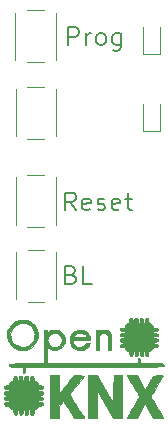
<source format=gbr>
G04 #@! TF.GenerationSoftware,KiCad,Pcbnew,(5.1.4)-1*
G04 #@! TF.CreationDate,2022-11-05T06:08:51+01:00*
G04 #@! TF.ProjectId,REG1-Front-Universal,52454731-2d46-4726-9f6e-742d556e6976,V00.01*
G04 #@! TF.SameCoordinates,Original*
G04 #@! TF.FileFunction,Legend,Top*
G04 #@! TF.FilePolarity,Positive*
%FSLAX46Y46*%
G04 Gerber Fmt 4.6, Leading zero omitted, Abs format (unit mm)*
G04 Created by KiCad (PCBNEW (5.1.4)-1) date 2022-11-05 06:08:51*
%MOMM*%
%LPD*%
G04 APERTURE LIST*
%ADD10C,0.200000*%
%ADD11C,0.010000*%
%ADD12C,0.120000*%
G04 APERTURE END LIST*
D10*
X104487142Y-118428571D02*
X104487142Y-116928571D01*
X105058571Y-116928571D01*
X105201428Y-117000000D01*
X105272857Y-117071428D01*
X105344285Y-117214285D01*
X105344285Y-117428571D01*
X105272857Y-117571428D01*
X105201428Y-117642857D01*
X105058571Y-117714285D01*
X104487142Y-117714285D01*
X105987142Y-118428571D02*
X105987142Y-117428571D01*
X105987142Y-117714285D02*
X106058571Y-117571428D01*
X106130000Y-117500000D01*
X106272857Y-117428571D01*
X106415714Y-117428571D01*
X107130000Y-118428571D02*
X106987142Y-118357142D01*
X106915714Y-118285714D01*
X106844285Y-118142857D01*
X106844285Y-117714285D01*
X106915714Y-117571428D01*
X106987142Y-117500000D01*
X107130000Y-117428571D01*
X107344285Y-117428571D01*
X107487142Y-117500000D01*
X107558571Y-117571428D01*
X107630000Y-117714285D01*
X107630000Y-118142857D01*
X107558571Y-118285714D01*
X107487142Y-118357142D01*
X107344285Y-118428571D01*
X107130000Y-118428571D01*
X108915714Y-117428571D02*
X108915714Y-118642857D01*
X108844285Y-118785714D01*
X108772857Y-118857142D01*
X108630000Y-118928571D01*
X108415714Y-118928571D01*
X108272857Y-118857142D01*
X108915714Y-118357142D02*
X108772857Y-118428571D01*
X108487142Y-118428571D01*
X108344285Y-118357142D01*
X108272857Y-118285714D01*
X108201428Y-118142857D01*
X108201428Y-117714285D01*
X108272857Y-117571428D01*
X108344285Y-117500000D01*
X108487142Y-117428571D01*
X108772857Y-117428571D01*
X108915714Y-117500000D01*
X104737142Y-137892857D02*
X104951428Y-137964285D01*
X105022857Y-138035714D01*
X105094285Y-138178571D01*
X105094285Y-138392857D01*
X105022857Y-138535714D01*
X104951428Y-138607142D01*
X104808571Y-138678571D01*
X104237142Y-138678571D01*
X104237142Y-137178571D01*
X104737142Y-137178571D01*
X104880000Y-137250000D01*
X104951428Y-137321428D01*
X105022857Y-137464285D01*
X105022857Y-137607142D01*
X104951428Y-137750000D01*
X104880000Y-137821428D01*
X104737142Y-137892857D01*
X104237142Y-137892857D01*
X106451428Y-138678571D02*
X105737142Y-138678571D01*
X105737142Y-137178571D01*
X105094285Y-132428571D02*
X104594285Y-131714285D01*
X104237142Y-132428571D02*
X104237142Y-130928571D01*
X104808571Y-130928571D01*
X104951428Y-131000000D01*
X105022857Y-131071428D01*
X105094285Y-131214285D01*
X105094285Y-131428571D01*
X105022857Y-131571428D01*
X104951428Y-131642857D01*
X104808571Y-131714285D01*
X104237142Y-131714285D01*
X106308571Y-132357142D02*
X106165714Y-132428571D01*
X105880000Y-132428571D01*
X105737142Y-132357142D01*
X105665714Y-132214285D01*
X105665714Y-131642857D01*
X105737142Y-131500000D01*
X105880000Y-131428571D01*
X106165714Y-131428571D01*
X106308571Y-131500000D01*
X106380000Y-131642857D01*
X106380000Y-131785714D01*
X105665714Y-131928571D01*
X106951428Y-132357142D02*
X107094285Y-132428571D01*
X107380000Y-132428571D01*
X107522857Y-132357142D01*
X107594285Y-132214285D01*
X107594285Y-132142857D01*
X107522857Y-132000000D01*
X107380000Y-131928571D01*
X107165714Y-131928571D01*
X107022857Y-131857142D01*
X106951428Y-131714285D01*
X106951428Y-131642857D01*
X107022857Y-131500000D01*
X107165714Y-131428571D01*
X107380000Y-131428571D01*
X107522857Y-131500000D01*
X108808571Y-132357142D02*
X108665714Y-132428571D01*
X108380000Y-132428571D01*
X108237142Y-132357142D01*
X108165714Y-132214285D01*
X108165714Y-131642857D01*
X108237142Y-131500000D01*
X108380000Y-131428571D01*
X108665714Y-131428571D01*
X108808571Y-131500000D01*
X108880000Y-131642857D01*
X108880000Y-131785714D01*
X108165714Y-131928571D01*
X109308571Y-131428571D02*
X109880000Y-131428571D01*
X109522857Y-130928571D02*
X109522857Y-132214285D01*
X109594285Y-132357142D01*
X109737142Y-132428571D01*
X109880000Y-132428571D01*
D11*
G36*
X107535464Y-142533540D02*
G01*
X107725890Y-142577353D01*
X107882200Y-142674623D01*
X108004987Y-142825760D01*
X108034472Y-142879851D01*
X108063618Y-142940694D01*
X108085027Y-142996416D01*
X108099890Y-143057958D01*
X108109400Y-143136260D01*
X108114750Y-143242263D01*
X108117131Y-143386907D01*
X108117736Y-143581135D01*
X108117750Y-143643983D01*
X108117750Y-144241000D01*
X107863750Y-144241000D01*
X107863572Y-143709187D01*
X107861586Y-143470166D01*
X107854733Y-143285305D01*
X107841406Y-143145346D01*
X107819996Y-143041035D01*
X107788895Y-142963113D01*
X107746496Y-142902325D01*
X107718365Y-142873392D01*
X107619605Y-142817368D01*
X107492352Y-142792917D01*
X107361563Y-142800726D01*
X107252197Y-142841483D01*
X107227701Y-142859875D01*
X107174295Y-142914865D01*
X107134252Y-142978003D01*
X107105731Y-143058904D01*
X107086894Y-143167188D01*
X107075900Y-143312473D01*
X107070909Y-143504377D01*
X107070000Y-143684355D01*
X107070000Y-144241000D01*
X106816000Y-144241000D01*
X106816000Y-142558250D01*
X106943000Y-142558250D01*
X107029742Y-142565432D01*
X107066504Y-142590205D01*
X107070000Y-142608520D01*
X107081750Y-142645769D01*
X107093812Y-142646534D01*
X107242610Y-142577132D01*
X107363401Y-142540421D01*
X107478709Y-142530638D01*
X107535464Y-142533540D01*
X107535464Y-142533540D01*
G37*
X107535464Y-142533540D02*
X107725890Y-142577353D01*
X107882200Y-142674623D01*
X108004987Y-142825760D01*
X108034472Y-142879851D01*
X108063618Y-142940694D01*
X108085027Y-142996416D01*
X108099890Y-143057958D01*
X108109400Y-143136260D01*
X108114750Y-143242263D01*
X108117131Y-143386907D01*
X108117736Y-143581135D01*
X108117750Y-143643983D01*
X108117750Y-144241000D01*
X107863750Y-144241000D01*
X107863572Y-143709187D01*
X107861586Y-143470166D01*
X107854733Y-143285305D01*
X107841406Y-143145346D01*
X107819996Y-143041035D01*
X107788895Y-142963113D01*
X107746496Y-142902325D01*
X107718365Y-142873392D01*
X107619605Y-142817368D01*
X107492352Y-142792917D01*
X107361563Y-142800726D01*
X107252197Y-142841483D01*
X107227701Y-142859875D01*
X107174295Y-142914865D01*
X107134252Y-142978003D01*
X107105731Y-143058904D01*
X107086894Y-143167188D01*
X107075900Y-143312473D01*
X107070909Y-143504377D01*
X107070000Y-143684355D01*
X107070000Y-144241000D01*
X106816000Y-144241000D01*
X106816000Y-142558250D01*
X106943000Y-142558250D01*
X107029742Y-142565432D01*
X107066504Y-142590205D01*
X107070000Y-142608520D01*
X107081750Y-142645769D01*
X107093812Y-142646534D01*
X107242610Y-142577132D01*
X107363401Y-142540421D01*
X107478709Y-142530638D01*
X107535464Y-142533540D01*
G36*
X105690939Y-142558383D02*
G01*
X105880832Y-142636596D01*
X106047788Y-142753497D01*
X106182431Y-142903876D01*
X106275384Y-143082518D01*
X106317271Y-143284212D01*
X106317991Y-143297721D01*
X106323875Y-143431375D01*
X105581837Y-143439907D01*
X104839800Y-143448439D01*
X104860293Y-143550903D01*
X104906926Y-143667120D01*
X104992674Y-143788828D01*
X105099826Y-143893181D01*
X105155248Y-143931334D01*
X105248045Y-143970947D01*
X105362661Y-144001333D01*
X105394603Y-144006629D01*
X105548079Y-144001778D01*
X105706026Y-143954058D01*
X105847300Y-143873010D01*
X105950758Y-143768176D01*
X105961933Y-143750609D01*
X106011645Y-143678560D01*
X106064888Y-143646062D01*
X106149374Y-143637835D01*
X106166609Y-143637750D01*
X106304696Y-143637750D01*
X106268727Y-143740937D01*
X106207795Y-143850982D01*
X106106144Y-143970698D01*
X105981087Y-144083979D01*
X105849935Y-144174714D01*
X105754387Y-144219527D01*
X105549088Y-144264060D01*
X105343300Y-144263184D01*
X105193012Y-144228916D01*
X104969907Y-144120825D01*
X104797387Y-143974966D01*
X104676728Y-143793118D01*
X104609203Y-143577058D01*
X104594197Y-143392707D01*
X104618551Y-143193250D01*
X104877619Y-143193250D01*
X105449934Y-143193250D01*
X105632634Y-143191828D01*
X105791212Y-143187877D01*
X105915658Y-143181872D01*
X105995960Y-143174284D01*
X106022250Y-143166195D01*
X105998138Y-143100542D01*
X105935991Y-143017250D01*
X105851089Y-142933169D01*
X105758711Y-142865152D01*
X105739443Y-142854302D01*
X105563157Y-142794476D01*
X105381794Y-142790945D01*
X105208513Y-142839653D01*
X105056474Y-142936543D01*
X104938833Y-143077561D01*
X104923042Y-143105937D01*
X104877619Y-143193250D01*
X104618551Y-143193250D01*
X104623365Y-143153827D01*
X104707845Y-142944945D01*
X104845559Y-142769436D01*
X105034428Y-142630676D01*
X105077398Y-142608010D01*
X105279846Y-142538878D01*
X105487485Y-142524073D01*
X105690939Y-142558383D01*
X105690939Y-142558383D01*
G37*
X105690939Y-142558383D02*
X105880832Y-142636596D01*
X106047788Y-142753497D01*
X106182431Y-142903876D01*
X106275384Y-143082518D01*
X106317271Y-143284212D01*
X106317991Y-143297721D01*
X106323875Y-143431375D01*
X105581837Y-143439907D01*
X104839800Y-143448439D01*
X104860293Y-143550903D01*
X104906926Y-143667120D01*
X104992674Y-143788828D01*
X105099826Y-143893181D01*
X105155248Y-143931334D01*
X105248045Y-143970947D01*
X105362661Y-144001333D01*
X105394603Y-144006629D01*
X105548079Y-144001778D01*
X105706026Y-143954058D01*
X105847300Y-143873010D01*
X105950758Y-143768176D01*
X105961933Y-143750609D01*
X106011645Y-143678560D01*
X106064888Y-143646062D01*
X106149374Y-143637835D01*
X106166609Y-143637750D01*
X106304696Y-143637750D01*
X106268727Y-143740937D01*
X106207795Y-143850982D01*
X106106144Y-143970698D01*
X105981087Y-144083979D01*
X105849935Y-144174714D01*
X105754387Y-144219527D01*
X105549088Y-144264060D01*
X105343300Y-144263184D01*
X105193012Y-144228916D01*
X104969907Y-144120825D01*
X104797387Y-143974966D01*
X104676728Y-143793118D01*
X104609203Y-143577058D01*
X104594197Y-143392707D01*
X104618551Y-143193250D01*
X104877619Y-143193250D01*
X105449934Y-143193250D01*
X105632634Y-143191828D01*
X105791212Y-143187877D01*
X105915658Y-143181872D01*
X105995960Y-143174284D01*
X106022250Y-143166195D01*
X105998138Y-143100542D01*
X105935991Y-143017250D01*
X105851089Y-142933169D01*
X105758711Y-142865152D01*
X105739443Y-142854302D01*
X105563157Y-142794476D01*
X105381794Y-142790945D01*
X105208513Y-142839653D01*
X105056474Y-142936543D01*
X104938833Y-143077561D01*
X104923042Y-143105937D01*
X104877619Y-143193250D01*
X104618551Y-143193250D01*
X104623365Y-143153827D01*
X104707845Y-142944945D01*
X104845559Y-142769436D01*
X105034428Y-142630676D01*
X105077398Y-142608010D01*
X105279846Y-142538878D01*
X105487485Y-142524073D01*
X105690939Y-142558383D01*
G36*
X100778209Y-141685224D02*
G01*
X101013397Y-141736585D01*
X101236811Y-141833230D01*
X101441398Y-141976260D01*
X101620104Y-142166775D01*
X101759103Y-142391989D01*
X101812783Y-142503722D01*
X101847434Y-142590973D01*
X101867212Y-142673841D01*
X101876274Y-142772422D01*
X101878778Y-142906814D01*
X101878875Y-142970999D01*
X101877766Y-143124135D01*
X101871668Y-143233874D01*
X101856424Y-143320312D01*
X101827876Y-143403547D01*
X101781867Y-143503677D01*
X101759103Y-143550010D01*
X101607541Y-143788769D01*
X101414425Y-143984001D01*
X101187670Y-144131989D01*
X100935193Y-144229016D01*
X100664912Y-144271364D01*
X100384741Y-144255316D01*
X100295113Y-144237434D01*
X100047173Y-144148292D01*
X99824981Y-144008330D01*
X99634465Y-143826447D01*
X99481555Y-143611545D01*
X99372179Y-143372524D01*
X99312267Y-143118283D01*
X99308410Y-142895919D01*
X99577832Y-142895919D01*
X99587733Y-143129464D01*
X99641558Y-143331666D01*
X99751555Y-143541537D01*
X99908014Y-143721727D01*
X100099374Y-143862899D01*
X100314071Y-143955714D01*
X100449807Y-143984375D01*
X100622406Y-143991215D01*
X100804305Y-143973578D01*
X100968360Y-143935165D01*
X101048922Y-143902684D01*
X101253020Y-143766842D01*
X101418157Y-143591481D01*
X101539596Y-143386900D01*
X101612599Y-143163398D01*
X101632427Y-142931276D01*
X101597269Y-142710684D01*
X101504950Y-142489553D01*
X101368682Y-142293626D01*
X101198788Y-142133690D01*
X101005595Y-142020530D01*
X100902173Y-141984507D01*
X100654917Y-141946896D01*
X100419277Y-141965118D01*
X100201119Y-142032903D01*
X100006307Y-142143985D01*
X99840707Y-142292096D01*
X99710184Y-142470967D01*
X99620604Y-142674331D01*
X99577832Y-142895919D01*
X99308410Y-142895919D01*
X99307747Y-142857724D01*
X99319300Y-142772562D01*
X99394744Y-142501254D01*
X99514844Y-142266428D01*
X99672546Y-142069185D01*
X99860796Y-141910626D01*
X100072542Y-141791850D01*
X100300728Y-141713957D01*
X100538302Y-141678049D01*
X100778209Y-141685224D01*
X100778209Y-141685224D01*
G37*
X100778209Y-141685224D02*
X101013397Y-141736585D01*
X101236811Y-141833230D01*
X101441398Y-141976260D01*
X101620104Y-142166775D01*
X101759103Y-142391989D01*
X101812783Y-142503722D01*
X101847434Y-142590973D01*
X101867212Y-142673841D01*
X101876274Y-142772422D01*
X101878778Y-142906814D01*
X101878875Y-142970999D01*
X101877766Y-143124135D01*
X101871668Y-143233874D01*
X101856424Y-143320312D01*
X101827876Y-143403547D01*
X101781867Y-143503677D01*
X101759103Y-143550010D01*
X101607541Y-143788769D01*
X101414425Y-143984001D01*
X101187670Y-144131989D01*
X100935193Y-144229016D01*
X100664912Y-144271364D01*
X100384741Y-144255316D01*
X100295113Y-144237434D01*
X100047173Y-144148292D01*
X99824981Y-144008330D01*
X99634465Y-143826447D01*
X99481555Y-143611545D01*
X99372179Y-143372524D01*
X99312267Y-143118283D01*
X99308410Y-142895919D01*
X99577832Y-142895919D01*
X99587733Y-143129464D01*
X99641558Y-143331666D01*
X99751555Y-143541537D01*
X99908014Y-143721727D01*
X100099374Y-143862899D01*
X100314071Y-143955714D01*
X100449807Y-143984375D01*
X100622406Y-143991215D01*
X100804305Y-143973578D01*
X100968360Y-143935165D01*
X101048922Y-143902684D01*
X101253020Y-143766842D01*
X101418157Y-143591481D01*
X101539596Y-143386900D01*
X101612599Y-143163398D01*
X101632427Y-142931276D01*
X101597269Y-142710684D01*
X101504950Y-142489553D01*
X101368682Y-142293626D01*
X101198788Y-142133690D01*
X101005595Y-142020530D01*
X100902173Y-141984507D01*
X100654917Y-141946896D01*
X100419277Y-141965118D01*
X100201119Y-142032903D01*
X100006307Y-142143985D01*
X99840707Y-142292096D01*
X99710184Y-142470967D01*
X99620604Y-142674331D01*
X99577832Y-142895919D01*
X99308410Y-142895919D01*
X99307747Y-142857724D01*
X99319300Y-142772562D01*
X99394744Y-142501254D01*
X99514844Y-142266428D01*
X99672546Y-142069185D01*
X99860796Y-141910626D01*
X100072542Y-141791850D01*
X100300728Y-141713957D01*
X100538302Y-141678049D01*
X100778209Y-141685224D01*
G36*
X110749752Y-141560051D02*
G01*
X110795248Y-141618858D01*
X110814848Y-141726776D01*
X110816500Y-141786725D01*
X110818746Y-141884447D01*
X110830457Y-141934511D01*
X110859091Y-141952727D01*
X110895875Y-141955000D01*
X110944594Y-141949191D01*
X110967848Y-141920493D01*
X110974895Y-141851999D01*
X110975250Y-141810037D01*
X110988857Y-141667118D01*
X111028735Y-141576933D01*
X111093464Y-141542510D01*
X111100770Y-141542250D01*
X111185594Y-141550718D01*
X111234337Y-141584740D01*
X111256339Y-141657237D01*
X111261000Y-141763928D01*
X111262661Y-141867198D01*
X111273306Y-141923964D01*
X111301424Y-141951219D01*
X111355508Y-141965957D01*
X111362661Y-141967394D01*
X111494143Y-142023620D01*
X111587895Y-142126053D01*
X111630782Y-142246848D01*
X111650115Y-142367750D01*
X111814332Y-142367750D01*
X111943447Y-142378551D01*
X112020201Y-142414082D01*
X112052490Y-142479036D01*
X112054750Y-142510625D01*
X112036948Y-142586752D01*
X111978141Y-142632248D01*
X111870223Y-142651848D01*
X111810275Y-142653500D01*
X111712552Y-142655746D01*
X111662488Y-142667457D01*
X111644272Y-142696091D01*
X111642000Y-142732875D01*
X111647808Y-142781594D01*
X111676506Y-142804848D01*
X111745000Y-142811895D01*
X111786962Y-142812250D01*
X111931581Y-142826000D01*
X112020224Y-142867720D01*
X112054263Y-142938117D01*
X112054750Y-142949892D01*
X112038035Y-143028316D01*
X111982084Y-143075215D01*
X111878190Y-143095863D01*
X111810275Y-143098000D01*
X111712552Y-143100246D01*
X111662488Y-143111957D01*
X111644272Y-143140591D01*
X111642000Y-143177375D01*
X111646762Y-143223470D01*
X111671590Y-143247085D01*
X111732294Y-143255678D01*
X111810275Y-143256750D01*
X111940537Y-143267153D01*
X112018386Y-143301521D01*
X112051924Y-143364589D01*
X112054750Y-143399624D01*
X112036948Y-143475752D01*
X111978141Y-143521248D01*
X111870223Y-143540848D01*
X111810275Y-143542500D01*
X111712427Y-143544892D01*
X111662291Y-143556775D01*
X111644125Y-143585205D01*
X111642000Y-143617943D01*
X111648007Y-143661547D01*
X111676180Y-143686496D01*
X111741748Y-143700524D01*
X111819547Y-143708110D01*
X111943859Y-143727076D01*
X112016683Y-143764056D01*
X112049296Y-143827437D01*
X112054263Y-143882695D01*
X112027032Y-143956686D01*
X111943836Y-144001928D01*
X111804251Y-144018638D01*
X111789101Y-144018750D01*
X111697041Y-144023858D01*
X111648688Y-144044789D01*
X111624687Y-144089948D01*
X111624615Y-144090187D01*
X111559138Y-144207224D01*
X111453262Y-144292629D01*
X111367047Y-144323422D01*
X111307159Y-144337396D01*
X111275544Y-144361799D01*
X111263169Y-144413711D01*
X111261003Y-144510211D01*
X111261000Y-144523933D01*
X111250985Y-144659895D01*
X111218555Y-144742228D01*
X111160132Y-144777942D01*
X111129917Y-144780750D01*
X111047097Y-144753172D01*
X110995650Y-144670423D01*
X110975561Y-144532477D01*
X110975250Y-144508607D01*
X110973125Y-144409408D01*
X110961952Y-144358049D01*
X110934530Y-144338893D01*
X110895875Y-144336250D01*
X110851315Y-144340471D01*
X110827588Y-144363239D01*
X110818160Y-144419707D01*
X110816500Y-144520400D01*
X110806790Y-144657295D01*
X110775244Y-144740559D01*
X110718236Y-144777392D01*
X110685417Y-144780750D01*
X110602597Y-144753172D01*
X110551150Y-144670423D01*
X110531061Y-144532477D01*
X110530750Y-144508607D01*
X110528625Y-144409408D01*
X110517452Y-144358049D01*
X110490030Y-144338893D01*
X110451375Y-144336250D01*
X110407443Y-144340264D01*
X110383691Y-144362230D01*
X110373937Y-144417033D01*
X110372002Y-144519559D01*
X110372000Y-144527430D01*
X110369470Y-144635615D01*
X110357557Y-144698470D01*
X110329778Y-144734098D01*
X110290159Y-144755900D01*
X110204807Y-144778702D01*
X110146075Y-144753114D01*
X110110114Y-144674756D01*
X110093073Y-144539253D01*
X110092672Y-144531386D01*
X110085631Y-144424083D01*
X110073364Y-144365583D01*
X110049298Y-144341200D01*
X110006865Y-144336251D01*
X110005359Y-144336250D01*
X109960267Y-144341168D01*
X109937078Y-144366408D01*
X109928577Y-144427694D01*
X109927500Y-144505954D01*
X109919296Y-144626682D01*
X109891813Y-144702196D01*
X109869437Y-144728204D01*
X109785378Y-144775907D01*
X109709166Y-144760749D01*
X109659425Y-144710185D01*
X109628510Y-144634055D01*
X109611328Y-144528968D01*
X109610000Y-144492961D01*
X109606857Y-144402488D01*
X109587771Y-144353949D01*
X109538249Y-144325793D01*
X109486504Y-144309301D01*
X109378418Y-144254832D01*
X109297949Y-144172867D01*
X109261428Y-144080896D01*
X109260750Y-144067492D01*
X109244814Y-144037040D01*
X109188735Y-144022099D01*
X109102000Y-144018750D01*
X108978309Y-144002555D01*
X108880967Y-143959374D01*
X108824560Y-143897312D01*
X108816250Y-143860000D01*
X108845425Y-143791061D01*
X108923444Y-143737059D01*
X109036044Y-143705856D01*
X109104208Y-143701250D01*
X109198814Y-143698819D01*
X109244909Y-143686811D01*
X109257433Y-143658147D01*
X109255020Y-143629812D01*
X109241986Y-143588707D01*
X109207162Y-143565527D01*
X109134689Y-143553600D01*
X109062585Y-143548861D01*
X108950280Y-143538071D01*
X108884359Y-143516600D01*
X108847896Y-143478699D01*
X108846016Y-143475294D01*
X108829651Y-143409526D01*
X108860440Y-143336933D01*
X108862350Y-143333995D01*
X108901391Y-143288386D01*
X108954774Y-143265130D01*
X109043117Y-143257204D01*
X109089065Y-143256750D01*
X109189261Y-143254737D01*
X109240430Y-143244556D01*
X109257015Y-143219987D01*
X109255020Y-143185312D01*
X109241986Y-143144207D01*
X109207162Y-143121027D01*
X109134689Y-143109100D01*
X109062585Y-143104361D01*
X108950280Y-143093571D01*
X108884359Y-143072100D01*
X108847896Y-143034199D01*
X108846016Y-143030794D01*
X108829651Y-142965026D01*
X108860440Y-142892433D01*
X108862350Y-142889495D01*
X108901765Y-142843613D01*
X108955790Y-142820377D01*
X109045237Y-142812629D01*
X109086856Y-142812250D01*
X109186606Y-142810169D01*
X109238450Y-142799189D01*
X109257960Y-142772202D01*
X109260750Y-142732875D01*
X109255894Y-142686597D01*
X109230743Y-142662923D01*
X109169418Y-142654246D01*
X109094062Y-142653013D01*
X108951869Y-142640767D01*
X108865925Y-142603208D01*
X108833132Y-142537610D01*
X108850389Y-142441244D01*
X108851148Y-142439187D01*
X108873366Y-142399037D01*
X108913193Y-142377475D01*
X108987591Y-142368944D01*
X109069226Y-142367750D01*
X109260750Y-142367750D01*
X109260750Y-142261261D01*
X109289786Y-142144826D01*
X109366194Y-142044018D01*
X109473918Y-141977550D01*
X109513792Y-141966304D01*
X109571805Y-141949995D01*
X109600093Y-141919010D01*
X109609263Y-141854415D01*
X109610000Y-141794549D01*
X109627016Y-141659178D01*
X109678885Y-141575909D01*
X109766840Y-141542971D01*
X109785775Y-141542250D01*
X109861567Y-141567309D01*
X109908146Y-141644298D01*
X109926946Y-141775927D01*
X109927500Y-141810037D01*
X109931531Y-141900117D01*
X109948323Y-141943043D01*
X109984922Y-141954900D01*
X109991000Y-141955000D01*
X110029301Y-141946515D01*
X110048272Y-141910605D01*
X110054275Y-141831587D01*
X110054500Y-141798517D01*
X110070827Y-141661995D01*
X110120948Y-141577780D01*
X110206571Y-141543380D01*
X110230275Y-141542250D01*
X110306067Y-141567309D01*
X110352646Y-141644298D01*
X110371446Y-141775927D01*
X110372000Y-141810037D01*
X110375180Y-141899014D01*
X110390894Y-141941483D01*
X110428398Y-141954352D01*
X110451375Y-141955000D01*
X110497470Y-141950237D01*
X110521085Y-141925409D01*
X110529678Y-141864705D01*
X110530750Y-141786725D01*
X110541153Y-141656462D01*
X110575521Y-141578613D01*
X110638589Y-141545075D01*
X110673625Y-141542249D01*
X110749752Y-141560051D01*
X110749752Y-141560051D01*
G37*
X110749752Y-141560051D02*
X110795248Y-141618858D01*
X110814848Y-141726776D01*
X110816500Y-141786725D01*
X110818746Y-141884447D01*
X110830457Y-141934511D01*
X110859091Y-141952727D01*
X110895875Y-141955000D01*
X110944594Y-141949191D01*
X110967848Y-141920493D01*
X110974895Y-141851999D01*
X110975250Y-141810037D01*
X110988857Y-141667118D01*
X111028735Y-141576933D01*
X111093464Y-141542510D01*
X111100770Y-141542250D01*
X111185594Y-141550718D01*
X111234337Y-141584740D01*
X111256339Y-141657237D01*
X111261000Y-141763928D01*
X111262661Y-141867198D01*
X111273306Y-141923964D01*
X111301424Y-141951219D01*
X111355508Y-141965957D01*
X111362661Y-141967394D01*
X111494143Y-142023620D01*
X111587895Y-142126053D01*
X111630782Y-142246848D01*
X111650115Y-142367750D01*
X111814332Y-142367750D01*
X111943447Y-142378551D01*
X112020201Y-142414082D01*
X112052490Y-142479036D01*
X112054750Y-142510625D01*
X112036948Y-142586752D01*
X111978141Y-142632248D01*
X111870223Y-142651848D01*
X111810275Y-142653500D01*
X111712552Y-142655746D01*
X111662488Y-142667457D01*
X111644272Y-142696091D01*
X111642000Y-142732875D01*
X111647808Y-142781594D01*
X111676506Y-142804848D01*
X111745000Y-142811895D01*
X111786962Y-142812250D01*
X111931581Y-142826000D01*
X112020224Y-142867720D01*
X112054263Y-142938117D01*
X112054750Y-142949892D01*
X112038035Y-143028316D01*
X111982084Y-143075215D01*
X111878190Y-143095863D01*
X111810275Y-143098000D01*
X111712552Y-143100246D01*
X111662488Y-143111957D01*
X111644272Y-143140591D01*
X111642000Y-143177375D01*
X111646762Y-143223470D01*
X111671590Y-143247085D01*
X111732294Y-143255678D01*
X111810275Y-143256750D01*
X111940537Y-143267153D01*
X112018386Y-143301521D01*
X112051924Y-143364589D01*
X112054750Y-143399624D01*
X112036948Y-143475752D01*
X111978141Y-143521248D01*
X111870223Y-143540848D01*
X111810275Y-143542500D01*
X111712427Y-143544892D01*
X111662291Y-143556775D01*
X111644125Y-143585205D01*
X111642000Y-143617943D01*
X111648007Y-143661547D01*
X111676180Y-143686496D01*
X111741748Y-143700524D01*
X111819547Y-143708110D01*
X111943859Y-143727076D01*
X112016683Y-143764056D01*
X112049296Y-143827437D01*
X112054263Y-143882695D01*
X112027032Y-143956686D01*
X111943836Y-144001928D01*
X111804251Y-144018638D01*
X111789101Y-144018750D01*
X111697041Y-144023858D01*
X111648688Y-144044789D01*
X111624687Y-144089948D01*
X111624615Y-144090187D01*
X111559138Y-144207224D01*
X111453262Y-144292629D01*
X111367047Y-144323422D01*
X111307159Y-144337396D01*
X111275544Y-144361799D01*
X111263169Y-144413711D01*
X111261003Y-144510211D01*
X111261000Y-144523933D01*
X111250985Y-144659895D01*
X111218555Y-144742228D01*
X111160132Y-144777942D01*
X111129917Y-144780750D01*
X111047097Y-144753172D01*
X110995650Y-144670423D01*
X110975561Y-144532477D01*
X110975250Y-144508607D01*
X110973125Y-144409408D01*
X110961952Y-144358049D01*
X110934530Y-144338893D01*
X110895875Y-144336250D01*
X110851315Y-144340471D01*
X110827588Y-144363239D01*
X110818160Y-144419707D01*
X110816500Y-144520400D01*
X110806790Y-144657295D01*
X110775244Y-144740559D01*
X110718236Y-144777392D01*
X110685417Y-144780750D01*
X110602597Y-144753172D01*
X110551150Y-144670423D01*
X110531061Y-144532477D01*
X110530750Y-144508607D01*
X110528625Y-144409408D01*
X110517452Y-144358049D01*
X110490030Y-144338893D01*
X110451375Y-144336250D01*
X110407443Y-144340264D01*
X110383691Y-144362230D01*
X110373937Y-144417033D01*
X110372002Y-144519559D01*
X110372000Y-144527430D01*
X110369470Y-144635615D01*
X110357557Y-144698470D01*
X110329778Y-144734098D01*
X110290159Y-144755900D01*
X110204807Y-144778702D01*
X110146075Y-144753114D01*
X110110114Y-144674756D01*
X110093073Y-144539253D01*
X110092672Y-144531386D01*
X110085631Y-144424083D01*
X110073364Y-144365583D01*
X110049298Y-144341200D01*
X110006865Y-144336251D01*
X110005359Y-144336250D01*
X109960267Y-144341168D01*
X109937078Y-144366408D01*
X109928577Y-144427694D01*
X109927500Y-144505954D01*
X109919296Y-144626682D01*
X109891813Y-144702196D01*
X109869437Y-144728204D01*
X109785378Y-144775907D01*
X109709166Y-144760749D01*
X109659425Y-144710185D01*
X109628510Y-144634055D01*
X109611328Y-144528968D01*
X109610000Y-144492961D01*
X109606857Y-144402488D01*
X109587771Y-144353949D01*
X109538249Y-144325793D01*
X109486504Y-144309301D01*
X109378418Y-144254832D01*
X109297949Y-144172867D01*
X109261428Y-144080896D01*
X109260750Y-144067492D01*
X109244814Y-144037040D01*
X109188735Y-144022099D01*
X109102000Y-144018750D01*
X108978309Y-144002555D01*
X108880967Y-143959374D01*
X108824560Y-143897312D01*
X108816250Y-143860000D01*
X108845425Y-143791061D01*
X108923444Y-143737059D01*
X109036044Y-143705856D01*
X109104208Y-143701250D01*
X109198814Y-143698819D01*
X109244909Y-143686811D01*
X109257433Y-143658147D01*
X109255020Y-143629812D01*
X109241986Y-143588707D01*
X109207162Y-143565527D01*
X109134689Y-143553600D01*
X109062585Y-143548861D01*
X108950280Y-143538071D01*
X108884359Y-143516600D01*
X108847896Y-143478699D01*
X108846016Y-143475294D01*
X108829651Y-143409526D01*
X108860440Y-143336933D01*
X108862350Y-143333995D01*
X108901391Y-143288386D01*
X108954774Y-143265130D01*
X109043117Y-143257204D01*
X109089065Y-143256750D01*
X109189261Y-143254737D01*
X109240430Y-143244556D01*
X109257015Y-143219987D01*
X109255020Y-143185312D01*
X109241986Y-143144207D01*
X109207162Y-143121027D01*
X109134689Y-143109100D01*
X109062585Y-143104361D01*
X108950280Y-143093571D01*
X108884359Y-143072100D01*
X108847896Y-143034199D01*
X108846016Y-143030794D01*
X108829651Y-142965026D01*
X108860440Y-142892433D01*
X108862350Y-142889495D01*
X108901765Y-142843613D01*
X108955790Y-142820377D01*
X109045237Y-142812629D01*
X109086856Y-142812250D01*
X109186606Y-142810169D01*
X109238450Y-142799189D01*
X109257960Y-142772202D01*
X109260750Y-142732875D01*
X109255894Y-142686597D01*
X109230743Y-142662923D01*
X109169418Y-142654246D01*
X109094062Y-142653013D01*
X108951869Y-142640767D01*
X108865925Y-142603208D01*
X108833132Y-142537610D01*
X108850389Y-142441244D01*
X108851148Y-142439187D01*
X108873366Y-142399037D01*
X108913193Y-142377475D01*
X108987591Y-142368944D01*
X109069226Y-142367750D01*
X109260750Y-142367750D01*
X109260750Y-142261261D01*
X109289786Y-142144826D01*
X109366194Y-142044018D01*
X109473918Y-141977550D01*
X109513792Y-141966304D01*
X109571805Y-141949995D01*
X109600093Y-141919010D01*
X109609263Y-141854415D01*
X109610000Y-141794549D01*
X109627016Y-141659178D01*
X109678885Y-141575909D01*
X109766840Y-141542971D01*
X109785775Y-141542250D01*
X109861567Y-141567309D01*
X109908146Y-141644298D01*
X109926946Y-141775927D01*
X109927500Y-141810037D01*
X109931531Y-141900117D01*
X109948323Y-141943043D01*
X109984922Y-141954900D01*
X109991000Y-141955000D01*
X110029301Y-141946515D01*
X110048272Y-141910605D01*
X110054275Y-141831587D01*
X110054500Y-141798517D01*
X110070827Y-141661995D01*
X110120948Y-141577780D01*
X110206571Y-141543380D01*
X110230275Y-141542250D01*
X110306067Y-141567309D01*
X110352646Y-141644298D01*
X110371446Y-141775927D01*
X110372000Y-141810037D01*
X110375180Y-141899014D01*
X110390894Y-141941483D01*
X110428398Y-141954352D01*
X110451375Y-141955000D01*
X110497470Y-141950237D01*
X110521085Y-141925409D01*
X110529678Y-141864705D01*
X110530750Y-141786725D01*
X110541153Y-141656462D01*
X110575521Y-141578613D01*
X110638589Y-141545075D01*
X110673625Y-141542249D01*
X110749752Y-141560051D01*
G36*
X103601379Y-142570144D02*
G01*
X103795691Y-142666878D01*
X103963537Y-142811271D01*
X104095452Y-142999621D01*
X104125099Y-143060726D01*
X104165225Y-143207704D01*
X104177391Y-143385735D01*
X104162418Y-143569269D01*
X104121127Y-143732756D01*
X104102058Y-143777558D01*
X103977521Y-143966601D01*
X103814544Y-144112064D01*
X103623392Y-144211107D01*
X103414332Y-144260891D01*
X103197630Y-144258577D01*
X102983552Y-144201327D01*
X102839993Y-144126555D01*
X102764832Y-144080458D01*
X102714189Y-144053442D01*
X102705055Y-144050500D01*
X102699900Y-144080624D01*
X102695399Y-144164495D01*
X102691821Y-144292362D01*
X102689433Y-144454474D01*
X102688503Y-144641078D01*
X102688500Y-144653750D01*
X102688500Y-145257000D01*
X102434500Y-145257000D01*
X102434500Y-143434427D01*
X102703122Y-143434427D01*
X102742015Y-143609641D01*
X102831500Y-143766283D01*
X102965159Y-143893527D01*
X103136576Y-143980545D01*
X103157258Y-143987136D01*
X103280690Y-144012782D01*
X103399173Y-144006509D01*
X103491055Y-143985090D01*
X103650480Y-143910979D01*
X103777355Y-143793806D01*
X103867437Y-143646117D01*
X103916482Y-143480457D01*
X103920244Y-143309372D01*
X103874480Y-143145408D01*
X103810387Y-143041187D01*
X103666579Y-142903697D01*
X103504012Y-142819427D01*
X103332892Y-142786407D01*
X103163423Y-142802667D01*
X103005810Y-142866237D01*
X102870258Y-142975145D01*
X102766972Y-143127422D01*
X102721237Y-143251469D01*
X102703122Y-143434427D01*
X102434500Y-143434427D01*
X102434500Y-142558250D01*
X102561500Y-142558250D01*
X102642933Y-142562011D01*
X102679133Y-142582394D01*
X102688299Y-142633046D01*
X102688500Y-142653500D01*
X102700535Y-142725992D01*
X102730580Y-142748501D01*
X102769543Y-142714298D01*
X102769891Y-142713736D01*
X102808992Y-142681780D01*
X102886835Y-142636477D01*
X102954328Y-142602922D01*
X103171230Y-142534464D01*
X103390070Y-142524772D01*
X103601379Y-142570144D01*
X103601379Y-142570144D01*
G37*
X103601379Y-142570144D02*
X103795691Y-142666878D01*
X103963537Y-142811271D01*
X104095452Y-142999621D01*
X104125099Y-143060726D01*
X104165225Y-143207704D01*
X104177391Y-143385735D01*
X104162418Y-143569269D01*
X104121127Y-143732756D01*
X104102058Y-143777558D01*
X103977521Y-143966601D01*
X103814544Y-144112064D01*
X103623392Y-144211107D01*
X103414332Y-144260891D01*
X103197630Y-144258577D01*
X102983552Y-144201327D01*
X102839993Y-144126555D01*
X102764832Y-144080458D01*
X102714189Y-144053442D01*
X102705055Y-144050500D01*
X102699900Y-144080624D01*
X102695399Y-144164495D01*
X102691821Y-144292362D01*
X102689433Y-144454474D01*
X102688503Y-144641078D01*
X102688500Y-144653750D01*
X102688500Y-145257000D01*
X102434500Y-145257000D01*
X102434500Y-143434427D01*
X102703122Y-143434427D01*
X102742015Y-143609641D01*
X102831500Y-143766283D01*
X102965159Y-143893527D01*
X103136576Y-143980545D01*
X103157258Y-143987136D01*
X103280690Y-144012782D01*
X103399173Y-144006509D01*
X103491055Y-143985090D01*
X103650480Y-143910979D01*
X103777355Y-143793806D01*
X103867437Y-143646117D01*
X103916482Y-143480457D01*
X103920244Y-143309372D01*
X103874480Y-143145408D01*
X103810387Y-143041187D01*
X103666579Y-142903697D01*
X103504012Y-142819427D01*
X103332892Y-142786407D01*
X103163423Y-142802667D01*
X103005810Y-142866237D01*
X102870258Y-142975145D01*
X102766972Y-143127422D01*
X102721237Y-143251469D01*
X102703122Y-143434427D01*
X102434500Y-143434427D01*
X102434500Y-142558250D01*
X102561500Y-142558250D01*
X102642933Y-142562011D01*
X102679133Y-142582394D01*
X102688299Y-142633046D01*
X102688500Y-142653500D01*
X102700535Y-142725992D01*
X102730580Y-142748501D01*
X102769543Y-142714298D01*
X102769891Y-142713736D01*
X102808992Y-142681780D01*
X102886835Y-142636477D01*
X102954328Y-142602922D01*
X103171230Y-142534464D01*
X103390070Y-142524772D01*
X103601379Y-142570144D01*
G36*
X110483709Y-144897922D02*
G01*
X110503764Y-144924659D01*
X110515352Y-144984979D01*
X110522286Y-145091774D01*
X110524148Y-145137937D01*
X110533421Y-145384000D01*
X111509985Y-145384000D01*
X111809750Y-145384745D01*
X112050526Y-145387094D01*
X112236810Y-145391215D01*
X112373097Y-145397277D01*
X112463883Y-145405449D01*
X112513664Y-145415900D01*
X112524649Y-145422099D01*
X112558697Y-145494632D01*
X112553628Y-145580685D01*
X112524649Y-145631650D01*
X112505900Y-145636544D01*
X112458424Y-145641038D01*
X112380086Y-145645144D01*
X112268747Y-145648878D01*
X112122272Y-145652252D01*
X111938521Y-145655280D01*
X111715360Y-145657977D01*
X111450649Y-145660356D01*
X111142252Y-145662431D01*
X110788031Y-145664215D01*
X110385850Y-145665724D01*
X109933571Y-145666969D01*
X109429057Y-145667966D01*
X108870171Y-145668728D01*
X108254775Y-145669269D01*
X107580733Y-145669603D01*
X106845906Y-145669743D01*
X106636261Y-145669750D01*
X100785972Y-145669750D01*
X100776798Y-145947562D01*
X100771245Y-146081259D01*
X100763023Y-146164242D01*
X100748609Y-146209292D01*
X100724478Y-146229189D01*
X100697453Y-146235354D01*
X100663833Y-146236644D01*
X100642530Y-146220976D01*
X100630062Y-146176510D01*
X100622944Y-146091405D01*
X100618078Y-145965479D01*
X100608875Y-145685625D01*
X100071422Y-145676894D01*
X99860123Y-145671410D01*
X99690136Y-145662759D01*
X99568145Y-145651443D01*
X99500834Y-145637964D01*
X99491984Y-145633319D01*
X99455839Y-145567888D01*
X99456100Y-145484387D01*
X99488099Y-145422100D01*
X99507112Y-145417021D01*
X99555028Y-145412375D01*
X99634063Y-145408145D01*
X99746436Y-145404317D01*
X99894362Y-145400874D01*
X100080060Y-145397801D01*
X100305744Y-145395083D01*
X100573633Y-145392705D01*
X100885943Y-145390650D01*
X101244890Y-145388904D01*
X101652692Y-145387451D01*
X102111566Y-145386274D01*
X102623729Y-145385360D01*
X103191396Y-145384693D01*
X103816785Y-145384256D01*
X104502113Y-145384035D01*
X104947764Y-145384000D01*
X110369328Y-145384000D01*
X110378601Y-145137937D01*
X110384851Y-145013522D01*
X110394532Y-144939714D01*
X110411459Y-144903619D01*
X110439444Y-144892346D01*
X110451375Y-144891875D01*
X110483709Y-144897922D01*
X110483709Y-144897922D01*
G37*
X110483709Y-144897922D02*
X110503764Y-144924659D01*
X110515352Y-144984979D01*
X110522286Y-145091774D01*
X110524148Y-145137937D01*
X110533421Y-145384000D01*
X111509985Y-145384000D01*
X111809750Y-145384745D01*
X112050526Y-145387094D01*
X112236810Y-145391215D01*
X112373097Y-145397277D01*
X112463883Y-145405449D01*
X112513664Y-145415900D01*
X112524649Y-145422099D01*
X112558697Y-145494632D01*
X112553628Y-145580685D01*
X112524649Y-145631650D01*
X112505900Y-145636544D01*
X112458424Y-145641038D01*
X112380086Y-145645144D01*
X112268747Y-145648878D01*
X112122272Y-145652252D01*
X111938521Y-145655280D01*
X111715360Y-145657977D01*
X111450649Y-145660356D01*
X111142252Y-145662431D01*
X110788031Y-145664215D01*
X110385850Y-145665724D01*
X109933571Y-145666969D01*
X109429057Y-145667966D01*
X108870171Y-145668728D01*
X108254775Y-145669269D01*
X107580733Y-145669603D01*
X106845906Y-145669743D01*
X106636261Y-145669750D01*
X100785972Y-145669750D01*
X100776798Y-145947562D01*
X100771245Y-146081259D01*
X100763023Y-146164242D01*
X100748609Y-146209292D01*
X100724478Y-146229189D01*
X100697453Y-146235354D01*
X100663833Y-146236644D01*
X100642530Y-146220976D01*
X100630062Y-146176510D01*
X100622944Y-146091405D01*
X100618078Y-145965479D01*
X100608875Y-145685625D01*
X100071422Y-145676894D01*
X99860123Y-145671410D01*
X99690136Y-145662759D01*
X99568145Y-145651443D01*
X99500834Y-145637964D01*
X99491984Y-145633319D01*
X99455839Y-145567888D01*
X99456100Y-145484387D01*
X99488099Y-145422100D01*
X99507112Y-145417021D01*
X99555028Y-145412375D01*
X99634063Y-145408145D01*
X99746436Y-145404317D01*
X99894362Y-145400874D01*
X100080060Y-145397801D01*
X100305744Y-145395083D01*
X100573633Y-145392705D01*
X100885943Y-145390650D01*
X101244890Y-145388904D01*
X101652692Y-145387451D01*
X102111566Y-145386274D01*
X102623729Y-145385360D01*
X103191396Y-145384693D01*
X103816785Y-145384256D01*
X104502113Y-145384035D01*
X104947764Y-145384000D01*
X110369328Y-145384000D01*
X110378601Y-145137937D01*
X110384851Y-145013522D01*
X110394532Y-144939714D01*
X110411459Y-144903619D01*
X110439444Y-144892346D01*
X110451375Y-144891875D01*
X110483709Y-144897922D01*
G36*
X101455165Y-146440245D02*
G01*
X101499314Y-146473895D01*
X101526113Y-146544944D01*
X101543237Y-146665638D01*
X101545165Y-146685750D01*
X101557140Y-146786413D01*
X101575074Y-146840089D01*
X101608086Y-146863211D01*
X101647547Y-146870311D01*
X101738627Y-146908393D01*
X101821829Y-146987927D01*
X101879289Y-147087659D01*
X101894750Y-147164436D01*
X101898033Y-147218062D01*
X101918448Y-147245629D01*
X101971841Y-147255802D01*
X102064454Y-147257250D01*
X102207822Y-147274173D01*
X102298436Y-147325450D01*
X102337426Y-147411835D01*
X102339250Y-147441195D01*
X102313334Y-147511636D01*
X102234001Y-147555524D01*
X102098872Y-147573978D01*
X102055587Y-147574750D01*
X101960594Y-147577246D01*
X101912916Y-147590046D01*
X101896410Y-147621116D01*
X101894750Y-147654125D01*
X101899362Y-147699808D01*
X101923624Y-147723460D01*
X101983168Y-147732282D01*
X102067107Y-147733500D01*
X102211647Y-147748740D01*
X102301601Y-147794949D01*
X102338217Y-147872855D01*
X102339250Y-147892250D01*
X102313122Y-147976565D01*
X102233908Y-148029038D01*
X102100355Y-148050397D01*
X102067107Y-148051000D01*
X101966991Y-148053829D01*
X101915136Y-148066033D01*
X101896413Y-148093185D01*
X101894750Y-148114500D01*
X101904778Y-148155128D01*
X101945795Y-148173863D01*
X102029687Y-148178468D01*
X102172385Y-148195229D01*
X102275365Y-148241262D01*
X102329246Y-148311848D01*
X102333749Y-148331354D01*
X102328739Y-148413212D01*
X102281052Y-148464839D01*
X102184021Y-148490571D01*
X102081362Y-148495500D01*
X101977128Y-148497263D01*
X101921320Y-148506825D01*
X101898880Y-148530590D01*
X101894750Y-148574875D01*
X101899362Y-148620558D01*
X101923624Y-148644210D01*
X101983168Y-148653032D01*
X102067107Y-148654250D01*
X102211647Y-148669490D01*
X102301601Y-148715699D01*
X102338217Y-148793605D01*
X102339250Y-148813000D01*
X102313122Y-148897315D01*
X102233908Y-148949788D01*
X102100355Y-148971147D01*
X102067107Y-148971750D01*
X101967232Y-148974443D01*
X101915499Y-148986416D01*
X101896640Y-149013510D01*
X101894750Y-149037692D01*
X101868505Y-149113746D01*
X101803266Y-149193641D01*
X101719271Y-149258337D01*
X101636760Y-149288797D01*
X101627317Y-149289250D01*
X101581925Y-149293008D01*
X101557459Y-149314254D01*
X101547467Y-149367947D01*
X101545503Y-149469043D01*
X101545500Y-149479018D01*
X101542288Y-149589086D01*
X101528353Y-149655452D01*
X101497241Y-149697770D01*
X101466125Y-149720794D01*
X101403983Y-149754388D01*
X101355123Y-149748954D01*
X101307375Y-149720794D01*
X101262216Y-149683528D01*
X101238276Y-149634525D01*
X101229102Y-149554132D01*
X101228000Y-149479018D01*
X101226304Y-149373692D01*
X101217050Y-149316915D01*
X101193991Y-149293748D01*
X101150879Y-149289252D01*
X101148625Y-149289250D01*
X101106010Y-149292852D01*
X101082244Y-149313208D01*
X101071838Y-149364642D01*
X101069298Y-149461476D01*
X101069250Y-149496305D01*
X101066966Y-149609989D01*
X101056601Y-149677113D01*
X101032887Y-149714558D01*
X100993891Y-149737697D01*
X100907263Y-149755107D01*
X100851016Y-149735899D01*
X100813657Y-149707228D01*
X100793137Y-149660620D01*
X100784722Y-149579157D01*
X100783500Y-149494507D01*
X100782090Y-149383940D01*
X100774152Y-149322482D01*
X100754124Y-149295748D01*
X100716444Y-149289355D01*
X100704125Y-149289250D01*
X100658665Y-149293782D01*
X100634994Y-149317741D01*
X100626050Y-149376663D01*
X100624750Y-149463875D01*
X100617433Y-149584114D01*
X100591892Y-149662359D01*
X100561250Y-149702000D01*
X100477039Y-149759996D01*
X100405097Y-149758948D01*
X100349926Y-149702836D01*
X100316028Y-149595639D01*
X100307250Y-149477482D01*
X100305521Y-149372686D01*
X100296119Y-149316380D01*
X100272721Y-149293567D01*
X100229002Y-149289250D01*
X100227875Y-149289250D01*
X100182415Y-149293782D01*
X100158744Y-149317741D01*
X100149800Y-149376663D01*
X100148500Y-149463875D01*
X100133092Y-149599058D01*
X100091751Y-149697941D01*
X100031804Y-149753789D01*
X99960573Y-149759870D01*
X99885386Y-149709450D01*
X99883545Y-149707437D01*
X99846063Y-149629186D01*
X99831346Y-149499007D01*
X99831000Y-149469312D01*
X99828321Y-149366324D01*
X99816896Y-149311961D01*
X99791637Y-149291452D01*
X99768993Y-149289250D01*
X99643415Y-149259418D01*
X99541068Y-149175686D01*
X99491575Y-149093681D01*
X99456149Y-149021782D01*
X99418173Y-148985737D01*
X99355753Y-148973184D01*
X99275614Y-148971750D01*
X99149800Y-148961726D01*
X99075092Y-148927136D01*
X99041637Y-148861203D01*
X99037250Y-148807767D01*
X99057867Y-148727712D01*
X99123648Y-148678318D01*
X99240480Y-148656211D01*
X99305037Y-148654250D01*
X99394014Y-148651069D01*
X99436483Y-148635355D01*
X99449352Y-148597851D01*
X99450000Y-148574875D01*
X99444738Y-148527477D01*
X99418048Y-148504014D01*
X99353567Y-148496170D01*
X99293846Y-148495500D01*
X99165494Y-148490916D01*
X99088102Y-148472517D01*
X99049501Y-148433326D01*
X99037522Y-148366370D01*
X99037250Y-148348442D01*
X99055536Y-148263144D01*
X99115121Y-148209288D01*
X99223091Y-148182677D01*
X99325066Y-148178000D01*
X99407326Y-148172485D01*
X99443311Y-148150284D01*
X99450000Y-148114500D01*
X99442129Y-148077268D01*
X99408340Y-148058189D01*
X99333365Y-148051501D01*
X99281725Y-148051000D01*
X99153593Y-148041336D01*
X99076931Y-148008171D01*
X99042093Y-147945240D01*
X99037250Y-147892250D01*
X99052131Y-147809047D01*
X99103205Y-147759267D01*
X99200119Y-147736645D01*
X99281725Y-147733500D01*
X99379447Y-147731253D01*
X99429511Y-147719542D01*
X99447727Y-147690908D01*
X99450000Y-147654125D01*
X99445237Y-147608029D01*
X99420409Y-147584414D01*
X99359705Y-147575821D01*
X99281725Y-147574750D01*
X99154117Y-147565275D01*
X99077768Y-147532379D01*
X99042677Y-147469352D01*
X99037250Y-147410767D01*
X99057867Y-147330712D01*
X99123648Y-147281318D01*
X99240480Y-147259211D01*
X99305037Y-147257250D01*
X99394404Y-147253701D01*
X99437074Y-147237590D01*
X99449699Y-147200715D01*
X99450118Y-147185812D01*
X99479485Y-147065778D01*
X99557081Y-146960430D01*
X99667753Y-146888329D01*
X99702551Y-146876639D01*
X99831000Y-146842052D01*
X99831000Y-146675001D01*
X99840580Y-146547750D01*
X99873806Y-146471729D01*
X99937401Y-146436962D01*
X99994982Y-146431750D01*
X100075037Y-146452367D01*
X100124431Y-146518148D01*
X100146538Y-146634980D01*
X100148500Y-146699537D01*
X100152852Y-146790214D01*
X100170183Y-146833332D01*
X100206903Y-146844495D01*
X100208068Y-146844500D01*
X100243670Y-146833913D01*
X100265254Y-146792718D01*
X100278742Y-146706762D01*
X100282360Y-146666952D01*
X100301571Y-146542123D01*
X100338881Y-146469008D01*
X100402198Y-146436644D01*
X100451712Y-146432236D01*
X100527069Y-146449917D01*
X100572162Y-146509501D01*
X100591482Y-146618742D01*
X100593000Y-146676225D01*
X100595246Y-146773947D01*
X100606957Y-146824011D01*
X100635591Y-146842227D01*
X100672375Y-146844500D01*
X100721094Y-146838691D01*
X100744348Y-146809993D01*
X100751395Y-146741499D01*
X100751750Y-146699537D01*
X100763569Y-146559893D01*
X100801280Y-146473734D01*
X100868257Y-146435171D01*
X100905267Y-146431750D01*
X100990860Y-146445875D01*
X101042071Y-146494918D01*
X101065609Y-146588882D01*
X101069250Y-146676225D01*
X101071496Y-146773947D01*
X101083207Y-146824011D01*
X101111841Y-146842227D01*
X101148625Y-146844500D01*
X101197344Y-146838691D01*
X101220598Y-146809993D01*
X101227645Y-146741499D01*
X101227999Y-146699537D01*
X101239386Y-146560923D01*
X101276188Y-146475354D01*
X101342373Y-146436108D01*
X101385993Y-146431750D01*
X101455165Y-146440245D01*
X101455165Y-146440245D01*
G37*
X101455165Y-146440245D02*
X101499314Y-146473895D01*
X101526113Y-146544944D01*
X101543237Y-146665638D01*
X101545165Y-146685750D01*
X101557140Y-146786413D01*
X101575074Y-146840089D01*
X101608086Y-146863211D01*
X101647547Y-146870311D01*
X101738627Y-146908393D01*
X101821829Y-146987927D01*
X101879289Y-147087659D01*
X101894750Y-147164436D01*
X101898033Y-147218062D01*
X101918448Y-147245629D01*
X101971841Y-147255802D01*
X102064454Y-147257250D01*
X102207822Y-147274173D01*
X102298436Y-147325450D01*
X102337426Y-147411835D01*
X102339250Y-147441195D01*
X102313334Y-147511636D01*
X102234001Y-147555524D01*
X102098872Y-147573978D01*
X102055587Y-147574750D01*
X101960594Y-147577246D01*
X101912916Y-147590046D01*
X101896410Y-147621116D01*
X101894750Y-147654125D01*
X101899362Y-147699808D01*
X101923624Y-147723460D01*
X101983168Y-147732282D01*
X102067107Y-147733500D01*
X102211647Y-147748740D01*
X102301601Y-147794949D01*
X102338217Y-147872855D01*
X102339250Y-147892250D01*
X102313122Y-147976565D01*
X102233908Y-148029038D01*
X102100355Y-148050397D01*
X102067107Y-148051000D01*
X101966991Y-148053829D01*
X101915136Y-148066033D01*
X101896413Y-148093185D01*
X101894750Y-148114500D01*
X101904778Y-148155128D01*
X101945795Y-148173863D01*
X102029687Y-148178468D01*
X102172385Y-148195229D01*
X102275365Y-148241262D01*
X102329246Y-148311848D01*
X102333749Y-148331354D01*
X102328739Y-148413212D01*
X102281052Y-148464839D01*
X102184021Y-148490571D01*
X102081362Y-148495500D01*
X101977128Y-148497263D01*
X101921320Y-148506825D01*
X101898880Y-148530590D01*
X101894750Y-148574875D01*
X101899362Y-148620558D01*
X101923624Y-148644210D01*
X101983168Y-148653032D01*
X102067107Y-148654250D01*
X102211647Y-148669490D01*
X102301601Y-148715699D01*
X102338217Y-148793605D01*
X102339250Y-148813000D01*
X102313122Y-148897315D01*
X102233908Y-148949788D01*
X102100355Y-148971147D01*
X102067107Y-148971750D01*
X101967232Y-148974443D01*
X101915499Y-148986416D01*
X101896640Y-149013510D01*
X101894750Y-149037692D01*
X101868505Y-149113746D01*
X101803266Y-149193641D01*
X101719271Y-149258337D01*
X101636760Y-149288797D01*
X101627317Y-149289250D01*
X101581925Y-149293008D01*
X101557459Y-149314254D01*
X101547467Y-149367947D01*
X101545503Y-149469043D01*
X101545500Y-149479018D01*
X101542288Y-149589086D01*
X101528353Y-149655452D01*
X101497241Y-149697770D01*
X101466125Y-149720794D01*
X101403983Y-149754388D01*
X101355123Y-149748954D01*
X101307375Y-149720794D01*
X101262216Y-149683528D01*
X101238276Y-149634525D01*
X101229102Y-149554132D01*
X101228000Y-149479018D01*
X101226304Y-149373692D01*
X101217050Y-149316915D01*
X101193991Y-149293748D01*
X101150879Y-149289252D01*
X101148625Y-149289250D01*
X101106010Y-149292852D01*
X101082244Y-149313208D01*
X101071838Y-149364642D01*
X101069298Y-149461476D01*
X101069250Y-149496305D01*
X101066966Y-149609989D01*
X101056601Y-149677113D01*
X101032887Y-149714558D01*
X100993891Y-149737697D01*
X100907263Y-149755107D01*
X100851016Y-149735899D01*
X100813657Y-149707228D01*
X100793137Y-149660620D01*
X100784722Y-149579157D01*
X100783500Y-149494507D01*
X100782090Y-149383940D01*
X100774152Y-149322482D01*
X100754124Y-149295748D01*
X100716444Y-149289355D01*
X100704125Y-149289250D01*
X100658665Y-149293782D01*
X100634994Y-149317741D01*
X100626050Y-149376663D01*
X100624750Y-149463875D01*
X100617433Y-149584114D01*
X100591892Y-149662359D01*
X100561250Y-149702000D01*
X100477039Y-149759996D01*
X100405097Y-149758948D01*
X100349926Y-149702836D01*
X100316028Y-149595639D01*
X100307250Y-149477482D01*
X100305521Y-149372686D01*
X100296119Y-149316380D01*
X100272721Y-149293567D01*
X100229002Y-149289250D01*
X100227875Y-149289250D01*
X100182415Y-149293782D01*
X100158744Y-149317741D01*
X100149800Y-149376663D01*
X100148500Y-149463875D01*
X100133092Y-149599058D01*
X100091751Y-149697941D01*
X100031804Y-149753789D01*
X99960573Y-149759870D01*
X99885386Y-149709450D01*
X99883545Y-149707437D01*
X99846063Y-149629186D01*
X99831346Y-149499007D01*
X99831000Y-149469312D01*
X99828321Y-149366324D01*
X99816896Y-149311961D01*
X99791637Y-149291452D01*
X99768993Y-149289250D01*
X99643415Y-149259418D01*
X99541068Y-149175686D01*
X99491575Y-149093681D01*
X99456149Y-149021782D01*
X99418173Y-148985737D01*
X99355753Y-148973184D01*
X99275614Y-148971750D01*
X99149800Y-148961726D01*
X99075092Y-148927136D01*
X99041637Y-148861203D01*
X99037250Y-148807767D01*
X99057867Y-148727712D01*
X99123648Y-148678318D01*
X99240480Y-148656211D01*
X99305037Y-148654250D01*
X99394014Y-148651069D01*
X99436483Y-148635355D01*
X99449352Y-148597851D01*
X99450000Y-148574875D01*
X99444738Y-148527477D01*
X99418048Y-148504014D01*
X99353567Y-148496170D01*
X99293846Y-148495500D01*
X99165494Y-148490916D01*
X99088102Y-148472517D01*
X99049501Y-148433326D01*
X99037522Y-148366370D01*
X99037250Y-148348442D01*
X99055536Y-148263144D01*
X99115121Y-148209288D01*
X99223091Y-148182677D01*
X99325066Y-148178000D01*
X99407326Y-148172485D01*
X99443311Y-148150284D01*
X99450000Y-148114500D01*
X99442129Y-148077268D01*
X99408340Y-148058189D01*
X99333365Y-148051501D01*
X99281725Y-148051000D01*
X99153593Y-148041336D01*
X99076931Y-148008171D01*
X99042093Y-147945240D01*
X99037250Y-147892250D01*
X99052131Y-147809047D01*
X99103205Y-147759267D01*
X99200119Y-147736645D01*
X99281725Y-147733500D01*
X99379447Y-147731253D01*
X99429511Y-147719542D01*
X99447727Y-147690908D01*
X99450000Y-147654125D01*
X99445237Y-147608029D01*
X99420409Y-147584414D01*
X99359705Y-147575821D01*
X99281725Y-147574750D01*
X99154117Y-147565275D01*
X99077768Y-147532379D01*
X99042677Y-147469352D01*
X99037250Y-147410767D01*
X99057867Y-147330712D01*
X99123648Y-147281318D01*
X99240480Y-147259211D01*
X99305037Y-147257250D01*
X99394404Y-147253701D01*
X99437074Y-147237590D01*
X99449699Y-147200715D01*
X99450118Y-147185812D01*
X99479485Y-147065778D01*
X99557081Y-146960430D01*
X99667753Y-146888329D01*
X99702551Y-146876639D01*
X99831000Y-146842052D01*
X99831000Y-146675001D01*
X99840580Y-146547750D01*
X99873806Y-146471729D01*
X99937401Y-146436962D01*
X99994982Y-146431750D01*
X100075037Y-146452367D01*
X100124431Y-146518148D01*
X100146538Y-146634980D01*
X100148500Y-146699537D01*
X100152852Y-146790214D01*
X100170183Y-146833332D01*
X100206903Y-146844495D01*
X100208068Y-146844500D01*
X100243670Y-146833913D01*
X100265254Y-146792718D01*
X100278742Y-146706762D01*
X100282360Y-146666952D01*
X100301571Y-146542123D01*
X100338881Y-146469008D01*
X100402198Y-146436644D01*
X100451712Y-146432236D01*
X100527069Y-146449917D01*
X100572162Y-146509501D01*
X100591482Y-146618742D01*
X100593000Y-146676225D01*
X100595246Y-146773947D01*
X100606957Y-146824011D01*
X100635591Y-146842227D01*
X100672375Y-146844500D01*
X100721094Y-146838691D01*
X100744348Y-146809993D01*
X100751395Y-146741499D01*
X100751750Y-146699537D01*
X100763569Y-146559893D01*
X100801280Y-146473734D01*
X100868257Y-146435171D01*
X100905267Y-146431750D01*
X100990860Y-146445875D01*
X101042071Y-146494918D01*
X101065609Y-146588882D01*
X101069250Y-146676225D01*
X101071496Y-146773947D01*
X101083207Y-146824011D01*
X101111841Y-146842227D01*
X101148625Y-146844500D01*
X101197344Y-146838691D01*
X101220598Y-146809993D01*
X101227645Y-146741499D01*
X101227999Y-146699537D01*
X101239386Y-146560923D01*
X101276188Y-146475354D01*
X101342373Y-146436108D01*
X101385993Y-146431750D01*
X101455165Y-146440245D01*
G36*
X109868920Y-146400107D02*
G01*
X110292625Y-146400214D01*
X110629873Y-147020964D01*
X110967122Y-147641713D01*
X111298880Y-147028794D01*
X111630639Y-146415875D01*
X112049069Y-146407015D01*
X112203708Y-146405141D01*
X112332543Y-146406245D01*
X112423872Y-146410026D01*
X112465997Y-146416182D01*
X112467500Y-146417817D01*
X112451994Y-146449007D01*
X112408042Y-146528180D01*
X112339489Y-146648645D01*
X112250179Y-146803709D01*
X112143959Y-146986681D01*
X112024674Y-147190869D01*
X111957294Y-147305704D01*
X111813329Y-147551621D01*
X111699301Y-147748951D01*
X111612278Y-147903437D01*
X111549323Y-148020821D01*
X111507504Y-148106846D01*
X111483886Y-148167253D01*
X111475535Y-148207787D01*
X111479516Y-148234189D01*
X111481149Y-148237575D01*
X111505481Y-148280188D01*
X111557911Y-148370086D01*
X111634132Y-148499948D01*
X111729835Y-148662451D01*
X111840711Y-148850272D01*
X111962453Y-149056089D01*
X112007230Y-149131694D01*
X112129848Y-149339063D01*
X112241310Y-149528345D01*
X112337672Y-149692778D01*
X112414990Y-149825602D01*
X112469320Y-149920058D01*
X112496716Y-149969384D01*
X112499250Y-149974959D01*
X112469445Y-149979671D01*
X112387808Y-149983601D01*
X112266007Y-149986395D01*
X112115708Y-149987698D01*
X112077817Y-149987750D01*
X111656384Y-149987750D01*
X111339629Y-149411557D01*
X111242626Y-149235769D01*
X111154510Y-149077341D01*
X111080370Y-148945320D01*
X111025294Y-148848755D01*
X110994369Y-148796692D01*
X110991111Y-148791831D01*
X110972294Y-148791101D01*
X110938566Y-148825640D01*
X110887045Y-148899879D01*
X110814852Y-149018249D01*
X110719105Y-149185182D01*
X110621730Y-149360086D01*
X110284111Y-149971875D01*
X109847549Y-149980736D01*
X109410986Y-149989597D01*
X109457716Y-149917236D01*
X109512456Y-149829808D01*
X109588057Y-149705288D01*
X109679851Y-149551710D01*
X109783171Y-149377107D01*
X109893348Y-149189512D01*
X110005716Y-148996959D01*
X110115606Y-148807482D01*
X110218351Y-148629113D01*
X110309283Y-148469886D01*
X110383734Y-148337835D01*
X110437038Y-148240992D01*
X110464525Y-148187392D01*
X110467250Y-148179750D01*
X110451721Y-148143210D01*
X110407972Y-148059720D01*
X110340261Y-147936896D01*
X110252842Y-147782356D01*
X110149973Y-147603715D01*
X110043660Y-147421759D01*
X109924752Y-147219524D01*
X109811822Y-147027301D01*
X109710310Y-146854363D01*
X109625661Y-146709987D01*
X109563315Y-146603449D01*
X109532643Y-146550812D01*
X109445216Y-146400000D01*
X109868920Y-146400107D01*
X109868920Y-146400107D01*
G37*
X109868920Y-146400107D02*
X110292625Y-146400214D01*
X110629873Y-147020964D01*
X110967122Y-147641713D01*
X111298880Y-147028794D01*
X111630639Y-146415875D01*
X112049069Y-146407015D01*
X112203708Y-146405141D01*
X112332543Y-146406245D01*
X112423872Y-146410026D01*
X112465997Y-146416182D01*
X112467500Y-146417817D01*
X112451994Y-146449007D01*
X112408042Y-146528180D01*
X112339489Y-146648645D01*
X112250179Y-146803709D01*
X112143959Y-146986681D01*
X112024674Y-147190869D01*
X111957294Y-147305704D01*
X111813329Y-147551621D01*
X111699301Y-147748951D01*
X111612278Y-147903437D01*
X111549323Y-148020821D01*
X111507504Y-148106846D01*
X111483886Y-148167253D01*
X111475535Y-148207787D01*
X111479516Y-148234189D01*
X111481149Y-148237575D01*
X111505481Y-148280188D01*
X111557911Y-148370086D01*
X111634132Y-148499948D01*
X111729835Y-148662451D01*
X111840711Y-148850272D01*
X111962453Y-149056089D01*
X112007230Y-149131694D01*
X112129848Y-149339063D01*
X112241310Y-149528345D01*
X112337672Y-149692778D01*
X112414990Y-149825602D01*
X112469320Y-149920058D01*
X112496716Y-149969384D01*
X112499250Y-149974959D01*
X112469445Y-149979671D01*
X112387808Y-149983601D01*
X112266007Y-149986395D01*
X112115708Y-149987698D01*
X112077817Y-149987750D01*
X111656384Y-149987750D01*
X111339629Y-149411557D01*
X111242626Y-149235769D01*
X111154510Y-149077341D01*
X111080370Y-148945320D01*
X111025294Y-148848755D01*
X110994369Y-148796692D01*
X110991111Y-148791831D01*
X110972294Y-148791101D01*
X110938566Y-148825640D01*
X110887045Y-148899879D01*
X110814852Y-149018249D01*
X110719105Y-149185182D01*
X110621730Y-149360086D01*
X110284111Y-149971875D01*
X109847549Y-149980736D01*
X109410986Y-149989597D01*
X109457716Y-149917236D01*
X109512456Y-149829808D01*
X109588057Y-149705288D01*
X109679851Y-149551710D01*
X109783171Y-149377107D01*
X109893348Y-149189512D01*
X110005716Y-148996959D01*
X110115606Y-148807482D01*
X110218351Y-148629113D01*
X110309283Y-148469886D01*
X110383734Y-148337835D01*
X110437038Y-148240992D01*
X110464525Y-148187392D01*
X110467250Y-148179750D01*
X110451721Y-148143210D01*
X110407972Y-148059720D01*
X110340261Y-147936896D01*
X110252842Y-147782356D01*
X110149973Y-147603715D01*
X110043660Y-147421759D01*
X109924752Y-147219524D01*
X109811822Y-147027301D01*
X109710310Y-146854363D01*
X109625661Y-146709987D01*
X109563315Y-146603449D01*
X109532643Y-146550812D01*
X109445216Y-146400000D01*
X109868920Y-146400107D01*
G36*
X107578390Y-147573301D02*
G01*
X108292375Y-148746603D01*
X108300698Y-147573301D01*
X108309022Y-146400000D01*
X109038500Y-146400000D01*
X109038500Y-149989765D01*
X108666609Y-149980820D01*
X108294719Y-149971875D01*
X106895375Y-147677711D01*
X106887046Y-148832730D01*
X106878717Y-149987750D01*
X106117500Y-149987750D01*
X106117500Y-146400000D01*
X106864405Y-146400000D01*
X107578390Y-147573301D01*
X107578390Y-147573301D01*
G37*
X107578390Y-147573301D02*
X108292375Y-148746603D01*
X108300698Y-147573301D01*
X108309022Y-146400000D01*
X109038500Y-146400000D01*
X109038500Y-149989765D01*
X108666609Y-149980820D01*
X108294719Y-149971875D01*
X106895375Y-147677711D01*
X106887046Y-148832730D01*
X106878717Y-149987750D01*
X106117500Y-149987750D01*
X106117500Y-146400000D01*
X106864405Y-146400000D01*
X107578390Y-147573301D01*
G36*
X103688625Y-148001840D02*
G01*
X103814445Y-147827982D01*
X103905998Y-147703512D01*
X104017115Y-147555661D01*
X104141907Y-147391942D01*
X104274482Y-147219866D01*
X104408948Y-147046948D01*
X104539415Y-146880699D01*
X104659991Y-146728632D01*
X104764784Y-146598259D01*
X104847904Y-146497094D01*
X104903460Y-146432648D01*
X104924536Y-146412378D01*
X104968758Y-146407704D01*
X105063394Y-146405036D01*
X105195388Y-146404526D01*
X105351681Y-146406331D01*
X105384180Y-146406971D01*
X105806532Y-146415875D01*
X105196321Y-147177875D01*
X105044083Y-147368620D01*
X104904706Y-147544475D01*
X104783176Y-147699054D01*
X104684474Y-147825973D01*
X104613584Y-147918846D01*
X104575491Y-147971290D01*
X104570499Y-147979651D01*
X104583833Y-148014386D01*
X104628652Y-148095761D01*
X104701158Y-148217618D01*
X104797550Y-148373803D01*
X104914030Y-148558159D01*
X105046798Y-148764532D01*
X105192054Y-148986766D01*
X105193319Y-148988686D01*
X105338914Y-149210121D01*
X105472847Y-149414577D01*
X105591237Y-149596072D01*
X105690203Y-149748623D01*
X105765864Y-149866247D01*
X105814338Y-149942961D01*
X105831745Y-149972782D01*
X105831750Y-149972848D01*
X105801927Y-149978291D01*
X105720166Y-149982843D01*
X105598027Y-149986103D01*
X105447068Y-149987669D01*
X105402472Y-149987750D01*
X104973195Y-149987750D01*
X104753954Y-149646437D01*
X104647081Y-149480087D01*
X104522062Y-149285537D01*
X104395098Y-149087997D01*
X104291010Y-148926083D01*
X104047306Y-148547041D01*
X103675512Y-148955875D01*
X103674131Y-149471812D01*
X103672750Y-149987750D01*
X102942500Y-149987750D01*
X102942500Y-146400000D01*
X103671659Y-146400000D01*
X103688625Y-148001840D01*
X103688625Y-148001840D01*
G37*
X103688625Y-148001840D02*
X103814445Y-147827982D01*
X103905998Y-147703512D01*
X104017115Y-147555661D01*
X104141907Y-147391942D01*
X104274482Y-147219866D01*
X104408948Y-147046948D01*
X104539415Y-146880699D01*
X104659991Y-146728632D01*
X104764784Y-146598259D01*
X104847904Y-146497094D01*
X104903460Y-146432648D01*
X104924536Y-146412378D01*
X104968758Y-146407704D01*
X105063394Y-146405036D01*
X105195388Y-146404526D01*
X105351681Y-146406331D01*
X105384180Y-146406971D01*
X105806532Y-146415875D01*
X105196321Y-147177875D01*
X105044083Y-147368620D01*
X104904706Y-147544475D01*
X104783176Y-147699054D01*
X104684474Y-147825973D01*
X104613584Y-147918846D01*
X104575491Y-147971290D01*
X104570499Y-147979651D01*
X104583833Y-148014386D01*
X104628652Y-148095761D01*
X104701158Y-148217618D01*
X104797550Y-148373803D01*
X104914030Y-148558159D01*
X105046798Y-148764532D01*
X105192054Y-148986766D01*
X105193319Y-148988686D01*
X105338914Y-149210121D01*
X105472847Y-149414577D01*
X105591237Y-149596072D01*
X105690203Y-149748623D01*
X105765864Y-149866247D01*
X105814338Y-149942961D01*
X105831745Y-149972782D01*
X105831750Y-149972848D01*
X105801927Y-149978291D01*
X105720166Y-149982843D01*
X105598027Y-149986103D01*
X105447068Y-149987669D01*
X105402472Y-149987750D01*
X104973195Y-149987750D01*
X104753954Y-149646437D01*
X104647081Y-149480087D01*
X104522062Y-149285537D01*
X104395098Y-149087997D01*
X104291010Y-148926083D01*
X104047306Y-148547041D01*
X103675512Y-148955875D01*
X103674131Y-149471812D01*
X103672750Y-149987750D01*
X102942500Y-149987750D01*
X102942500Y-146400000D01*
X103671659Y-146400000D01*
X103688625Y-148001840D01*
D12*
X112235000Y-119235000D02*
X112235000Y-116950000D01*
X110765000Y-119235000D02*
X112235000Y-119235000D01*
X110765000Y-116950000D02*
X110765000Y-119235000D01*
X112235000Y-125735000D02*
X112235000Y-123450000D01*
X110765000Y-125735000D02*
X112235000Y-125735000D01*
X110765000Y-123450000D02*
X110765000Y-125735000D01*
X102425000Y-140175000D02*
X101025000Y-140175000D01*
X102425000Y-135775000D02*
X101025000Y-135775000D01*
X100025000Y-135975000D02*
X100025000Y-139975000D01*
X103425000Y-135975000D02*
X103425000Y-139975000D01*
X102420000Y-133830000D02*
X101020000Y-133830000D01*
X102420000Y-129430000D02*
X101020000Y-129430000D01*
X100020000Y-129630000D02*
X100020000Y-133630000D01*
X103420000Y-129630000D02*
X103420000Y-133630000D01*
X102410000Y-126360000D02*
X101010000Y-126360000D01*
X102410000Y-121960000D02*
X101010000Y-121960000D01*
X100010000Y-122160000D02*
X100010000Y-126160000D01*
X103410000Y-122160000D02*
X103410000Y-126160000D01*
X102400000Y-119900000D02*
X101000000Y-119900000D01*
X102400000Y-115500000D02*
X101000000Y-115500000D01*
X100000000Y-115700000D02*
X100000000Y-119700000D01*
X103400000Y-115700000D02*
X103400000Y-119700000D01*
M02*

</source>
